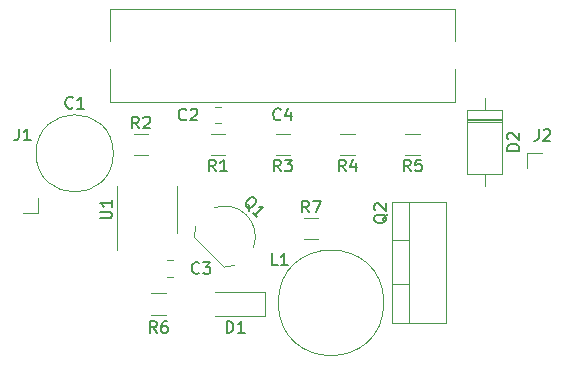
<source format=gto>
G04 #@! TF.GenerationSoftware,KiCad,Pcbnew,5.1.5+dfsg1-2build2*
G04 #@! TF.CreationDate,2021-09-03T15:27:24+02:00*
G04 #@! TF.ProjectId,180V power supply,31383056-2070-46f7-9765-722073757070,rev?*
G04 #@! TF.SameCoordinates,Original*
G04 #@! TF.FileFunction,Legend,Top*
G04 #@! TF.FilePolarity,Positive*
%FSLAX46Y46*%
G04 Gerber Fmt 4.6, Leading zero omitted, Abs format (unit mm)*
G04 Created by KiCad (PCBNEW 5.1.5+dfsg1-2build2) date 2021-09-03 15:27:24*
%MOMM*%
%LPD*%
G04 APERTURE LIST*
%ADD10C,0.120000*%
%ADD11C,0.150000*%
G04 APERTURE END LIST*
D10*
X108230000Y-68230000D02*
X109500000Y-68230000D01*
X108230000Y-69500000D02*
X108230000Y-68230000D01*
X66802000Y-72000000D02*
X66802000Y-73270000D01*
X66802000Y-73270000D02*
X65532000Y-73270000D01*
X102120000Y-63864000D02*
X72880000Y-63864000D01*
X102120000Y-56024000D02*
X72880000Y-56024000D01*
X102120000Y-63864000D02*
X102120000Y-61129000D01*
X102120000Y-58759000D02*
X102120000Y-56024000D01*
X72880000Y-63864000D02*
X72880000Y-61129000D01*
X72880000Y-58759000D02*
X72880000Y-56024000D01*
X73170000Y-68250000D02*
G75*
G03X73170000Y-68250000I-3270000J0D01*
G01*
X82258578Y-64290000D02*
X81741422Y-64290000D01*
X82258578Y-65710000D02*
X81741422Y-65710000D01*
X77741422Y-77290000D02*
X78258578Y-77290000D01*
X77741422Y-78710000D02*
X78258578Y-78710000D01*
X81750000Y-82000000D02*
X86050000Y-82000000D01*
X86050000Y-82000000D02*
X86050000Y-80000000D01*
X86050000Y-80000000D02*
X81750000Y-80000000D01*
X106070000Y-64560000D02*
X103130000Y-64560000D01*
X103130000Y-64560000D02*
X103130000Y-70000000D01*
X103130000Y-70000000D02*
X106070000Y-70000000D01*
X106070000Y-70000000D02*
X106070000Y-64560000D01*
X104600000Y-63540000D02*
X104600000Y-64560000D01*
X104600000Y-71020000D02*
X104600000Y-70000000D01*
X106070000Y-65460000D02*
X103130000Y-65460000D01*
X106070000Y-65580000D02*
X103130000Y-65580000D01*
X106070000Y-65340000D02*
X103130000Y-65340000D01*
X80019060Y-75335356D02*
X82564645Y-77880940D01*
X80162617Y-74450490D02*
G75*
G03X80019060Y-75335356I2437383J-849510D01*
G01*
X81710748Y-72856799D02*
G75*
G02X84438478Y-73461523I889252J-2443201D01*
G01*
X85043201Y-76189253D02*
G75*
G03X84438478Y-73461523I-2443201J889253D01*
G01*
X83449511Y-77737382D02*
G75*
G02X82564645Y-77880940I-849511J2437382D01*
G01*
X96730000Y-82580000D02*
X96730000Y-72340000D01*
X101371000Y-82580000D02*
X101371000Y-72340000D01*
X96730000Y-82580000D02*
X101371000Y-82580000D01*
X96730000Y-72340000D02*
X101371000Y-72340000D01*
X98240000Y-82580000D02*
X98240000Y-72340000D01*
X96730000Y-79310000D02*
X98240000Y-79310000D01*
X96730000Y-75609000D02*
X98240000Y-75609000D01*
X82602064Y-68410000D02*
X81397936Y-68410000D01*
X82602064Y-66590000D02*
X81397936Y-66590000D01*
X74897936Y-68410000D02*
X76102064Y-68410000D01*
X74897936Y-66590000D02*
X76102064Y-66590000D01*
X88102064Y-66590000D02*
X86897936Y-66590000D01*
X88102064Y-68410000D02*
X86897936Y-68410000D01*
X93602064Y-68410000D02*
X92397936Y-68410000D01*
X93602064Y-66590000D02*
X92397936Y-66590000D01*
X99102064Y-66590000D02*
X97897936Y-66590000D01*
X99102064Y-68410000D02*
X97897936Y-68410000D01*
X76397936Y-80090000D02*
X77602064Y-80090000D01*
X76397936Y-81910000D02*
X77602064Y-81910000D01*
X90502064Y-75510000D02*
X89297936Y-75510000D01*
X90502064Y-73690000D02*
X89297936Y-73690000D01*
X78560000Y-73000000D02*
X78560000Y-71050000D01*
X78560000Y-73000000D02*
X78560000Y-74950000D01*
X73440000Y-73000000D02*
X73440000Y-71050000D01*
X73440000Y-73000000D02*
X73440000Y-76450000D01*
X96070000Y-80900000D02*
G75*
G03X96070000Y-80900000I-4470000J0D01*
G01*
D11*
X109166666Y-66202380D02*
X109166666Y-66916666D01*
X109119047Y-67059523D01*
X109023809Y-67154761D01*
X108880952Y-67202380D01*
X108785714Y-67202380D01*
X109595238Y-66297619D02*
X109642857Y-66250000D01*
X109738095Y-66202380D01*
X109976190Y-66202380D01*
X110071428Y-66250000D01*
X110119047Y-66297619D01*
X110166666Y-66392857D01*
X110166666Y-66488095D01*
X110119047Y-66630952D01*
X109547619Y-67202380D01*
X110166666Y-67202380D01*
X65166666Y-66152380D02*
X65166666Y-66866666D01*
X65119047Y-67009523D01*
X65023809Y-67104761D01*
X64880952Y-67152380D01*
X64785714Y-67152380D01*
X66166666Y-67152380D02*
X65595238Y-67152380D01*
X65880952Y-67152380D02*
X65880952Y-66152380D01*
X65785714Y-66295238D01*
X65690476Y-66390476D01*
X65595238Y-66438095D01*
X87333333Y-65351142D02*
X87285714Y-65398761D01*
X87142857Y-65446380D01*
X87047619Y-65446380D01*
X86904761Y-65398761D01*
X86809523Y-65303523D01*
X86761904Y-65208285D01*
X86714285Y-65017809D01*
X86714285Y-64874952D01*
X86761904Y-64684476D01*
X86809523Y-64589238D01*
X86904761Y-64494000D01*
X87047619Y-64446380D01*
X87142857Y-64446380D01*
X87285714Y-64494000D01*
X87333333Y-64541619D01*
X88190476Y-64779714D02*
X88190476Y-65446380D01*
X87952380Y-64398761D02*
X87714285Y-65113047D01*
X88333333Y-65113047D01*
X69733333Y-64357142D02*
X69685714Y-64404761D01*
X69542857Y-64452380D01*
X69447619Y-64452380D01*
X69304761Y-64404761D01*
X69209523Y-64309523D01*
X69161904Y-64214285D01*
X69114285Y-64023809D01*
X69114285Y-63880952D01*
X69161904Y-63690476D01*
X69209523Y-63595238D01*
X69304761Y-63500000D01*
X69447619Y-63452380D01*
X69542857Y-63452380D01*
X69685714Y-63500000D01*
X69733333Y-63547619D01*
X70685714Y-64452380D02*
X70114285Y-64452380D01*
X70400000Y-64452380D02*
X70400000Y-63452380D01*
X70304761Y-63595238D01*
X70209523Y-63690476D01*
X70114285Y-63738095D01*
X79333333Y-65357142D02*
X79285714Y-65404761D01*
X79142857Y-65452380D01*
X79047619Y-65452380D01*
X78904761Y-65404761D01*
X78809523Y-65309523D01*
X78761904Y-65214285D01*
X78714285Y-65023809D01*
X78714285Y-64880952D01*
X78761904Y-64690476D01*
X78809523Y-64595238D01*
X78904761Y-64500000D01*
X79047619Y-64452380D01*
X79142857Y-64452380D01*
X79285714Y-64500000D01*
X79333333Y-64547619D01*
X79714285Y-64547619D02*
X79761904Y-64500000D01*
X79857142Y-64452380D01*
X80095238Y-64452380D01*
X80190476Y-64500000D01*
X80238095Y-64547619D01*
X80285714Y-64642857D01*
X80285714Y-64738095D01*
X80238095Y-64880952D01*
X79666666Y-65452380D01*
X80285714Y-65452380D01*
X80433333Y-78357142D02*
X80385714Y-78404761D01*
X80242857Y-78452380D01*
X80147619Y-78452380D01*
X80004761Y-78404761D01*
X79909523Y-78309523D01*
X79861904Y-78214285D01*
X79814285Y-78023809D01*
X79814285Y-77880952D01*
X79861904Y-77690476D01*
X79909523Y-77595238D01*
X80004761Y-77500000D01*
X80147619Y-77452380D01*
X80242857Y-77452380D01*
X80385714Y-77500000D01*
X80433333Y-77547619D01*
X80766666Y-77452380D02*
X81385714Y-77452380D01*
X81052380Y-77833333D01*
X81195238Y-77833333D01*
X81290476Y-77880952D01*
X81338095Y-77928571D01*
X81385714Y-78023809D01*
X81385714Y-78261904D01*
X81338095Y-78357142D01*
X81290476Y-78404761D01*
X81195238Y-78452380D01*
X80909523Y-78452380D01*
X80814285Y-78404761D01*
X80766666Y-78357142D01*
X82761904Y-83452380D02*
X82761904Y-82452380D01*
X83000000Y-82452380D01*
X83142857Y-82500000D01*
X83238095Y-82595238D01*
X83285714Y-82690476D01*
X83333333Y-82880952D01*
X83333333Y-83023809D01*
X83285714Y-83214285D01*
X83238095Y-83309523D01*
X83142857Y-83404761D01*
X83000000Y-83452380D01*
X82761904Y-83452380D01*
X84285714Y-83452380D02*
X83714285Y-83452380D01*
X84000000Y-83452380D02*
X84000000Y-82452380D01*
X83904761Y-82595238D01*
X83809523Y-82690476D01*
X83714285Y-82738095D01*
X107522380Y-68018095D02*
X106522380Y-68018095D01*
X106522380Y-67780000D01*
X106570000Y-67637142D01*
X106665238Y-67541904D01*
X106760476Y-67494285D01*
X106950952Y-67446666D01*
X107093809Y-67446666D01*
X107284285Y-67494285D01*
X107379523Y-67541904D01*
X107474761Y-67637142D01*
X107522380Y-67780000D01*
X107522380Y-68018095D01*
X106617619Y-67065714D02*
X106570000Y-67018095D01*
X106522380Y-66922857D01*
X106522380Y-66684761D01*
X106570000Y-66589523D01*
X106617619Y-66541904D01*
X106712857Y-66494285D01*
X106808095Y-66494285D01*
X106950952Y-66541904D01*
X107522380Y-67113333D01*
X107522380Y-66494285D01*
X84662731Y-73102581D02*
X84629059Y-73001566D01*
X84629059Y-72866879D01*
X84629059Y-72664848D01*
X84595387Y-72563833D01*
X84528044Y-72496490D01*
X84393357Y-72698520D02*
X84359685Y-72597505D01*
X84359685Y-72462818D01*
X84460700Y-72294459D01*
X84696403Y-72058757D01*
X84864761Y-71957742D01*
X84999448Y-71957742D01*
X85100464Y-71991413D01*
X85235151Y-72126100D01*
X85268822Y-72227116D01*
X85268822Y-72361803D01*
X85167807Y-72530161D01*
X84932105Y-72765864D01*
X84763746Y-72866879D01*
X84629059Y-72866879D01*
X84528044Y-72833207D01*
X84393357Y-72698520D01*
X85369838Y-73675001D02*
X84965777Y-73270940D01*
X85167807Y-73472970D02*
X85874914Y-72765864D01*
X85706555Y-72799535D01*
X85571868Y-72799535D01*
X85470853Y-72765864D01*
X96347619Y-73395238D02*
X96300000Y-73490476D01*
X96204761Y-73585714D01*
X96061904Y-73728571D01*
X96014285Y-73823809D01*
X96014285Y-73919047D01*
X96252380Y-73871428D02*
X96204761Y-73966666D01*
X96109523Y-74061904D01*
X95919047Y-74109523D01*
X95585714Y-74109523D01*
X95395238Y-74061904D01*
X95300000Y-73966666D01*
X95252380Y-73871428D01*
X95252380Y-73680952D01*
X95300000Y-73585714D01*
X95395238Y-73490476D01*
X95585714Y-73442857D01*
X95919047Y-73442857D01*
X96109523Y-73490476D01*
X96204761Y-73585714D01*
X96252380Y-73680952D01*
X96252380Y-73871428D01*
X95347619Y-73061904D02*
X95300000Y-73014285D01*
X95252380Y-72919047D01*
X95252380Y-72680952D01*
X95300000Y-72585714D01*
X95347619Y-72538095D01*
X95442857Y-72490476D01*
X95538095Y-72490476D01*
X95680952Y-72538095D01*
X96252380Y-73109523D01*
X96252380Y-72490476D01*
X81833333Y-69772380D02*
X81500000Y-69296190D01*
X81261904Y-69772380D02*
X81261904Y-68772380D01*
X81642857Y-68772380D01*
X81738095Y-68820000D01*
X81785714Y-68867619D01*
X81833333Y-68962857D01*
X81833333Y-69105714D01*
X81785714Y-69200952D01*
X81738095Y-69248571D01*
X81642857Y-69296190D01*
X81261904Y-69296190D01*
X82785714Y-69772380D02*
X82214285Y-69772380D01*
X82500000Y-69772380D02*
X82500000Y-68772380D01*
X82404761Y-68915238D01*
X82309523Y-69010476D01*
X82214285Y-69058095D01*
X75333333Y-66132380D02*
X75000000Y-65656190D01*
X74761904Y-66132380D02*
X74761904Y-65132380D01*
X75142857Y-65132380D01*
X75238095Y-65180000D01*
X75285714Y-65227619D01*
X75333333Y-65322857D01*
X75333333Y-65465714D01*
X75285714Y-65560952D01*
X75238095Y-65608571D01*
X75142857Y-65656190D01*
X74761904Y-65656190D01*
X75714285Y-65227619D02*
X75761904Y-65180000D01*
X75857142Y-65132380D01*
X76095238Y-65132380D01*
X76190476Y-65180000D01*
X76238095Y-65227619D01*
X76285714Y-65322857D01*
X76285714Y-65418095D01*
X76238095Y-65560952D01*
X75666666Y-66132380D01*
X76285714Y-66132380D01*
X87333333Y-69772380D02*
X87000000Y-69296190D01*
X86761904Y-69772380D02*
X86761904Y-68772380D01*
X87142857Y-68772380D01*
X87238095Y-68820000D01*
X87285714Y-68867619D01*
X87333333Y-68962857D01*
X87333333Y-69105714D01*
X87285714Y-69200952D01*
X87238095Y-69248571D01*
X87142857Y-69296190D01*
X86761904Y-69296190D01*
X87666666Y-68772380D02*
X88285714Y-68772380D01*
X87952380Y-69153333D01*
X88095238Y-69153333D01*
X88190476Y-69200952D01*
X88238095Y-69248571D01*
X88285714Y-69343809D01*
X88285714Y-69581904D01*
X88238095Y-69677142D01*
X88190476Y-69724761D01*
X88095238Y-69772380D01*
X87809523Y-69772380D01*
X87714285Y-69724761D01*
X87666666Y-69677142D01*
X92833333Y-69772380D02*
X92500000Y-69296190D01*
X92261904Y-69772380D02*
X92261904Y-68772380D01*
X92642857Y-68772380D01*
X92738095Y-68820000D01*
X92785714Y-68867619D01*
X92833333Y-68962857D01*
X92833333Y-69105714D01*
X92785714Y-69200952D01*
X92738095Y-69248571D01*
X92642857Y-69296190D01*
X92261904Y-69296190D01*
X93690476Y-69105714D02*
X93690476Y-69772380D01*
X93452380Y-68724761D02*
X93214285Y-69439047D01*
X93833333Y-69439047D01*
X98333333Y-69772380D02*
X98000000Y-69296190D01*
X97761904Y-69772380D02*
X97761904Y-68772380D01*
X98142857Y-68772380D01*
X98238095Y-68820000D01*
X98285714Y-68867619D01*
X98333333Y-68962857D01*
X98333333Y-69105714D01*
X98285714Y-69200952D01*
X98238095Y-69248571D01*
X98142857Y-69296190D01*
X97761904Y-69296190D01*
X99238095Y-68772380D02*
X98761904Y-68772380D01*
X98714285Y-69248571D01*
X98761904Y-69200952D01*
X98857142Y-69153333D01*
X99095238Y-69153333D01*
X99190476Y-69200952D01*
X99238095Y-69248571D01*
X99285714Y-69343809D01*
X99285714Y-69581904D01*
X99238095Y-69677142D01*
X99190476Y-69724761D01*
X99095238Y-69772380D01*
X98857142Y-69772380D01*
X98761904Y-69724761D01*
X98714285Y-69677142D01*
X76833333Y-83452380D02*
X76500000Y-82976190D01*
X76261904Y-83452380D02*
X76261904Y-82452380D01*
X76642857Y-82452380D01*
X76738095Y-82500000D01*
X76785714Y-82547619D01*
X76833333Y-82642857D01*
X76833333Y-82785714D01*
X76785714Y-82880952D01*
X76738095Y-82928571D01*
X76642857Y-82976190D01*
X76261904Y-82976190D01*
X77690476Y-82452380D02*
X77500000Y-82452380D01*
X77404761Y-82500000D01*
X77357142Y-82547619D01*
X77261904Y-82690476D01*
X77214285Y-82880952D01*
X77214285Y-83261904D01*
X77261904Y-83357142D01*
X77309523Y-83404761D01*
X77404761Y-83452380D01*
X77595238Y-83452380D01*
X77690476Y-83404761D01*
X77738095Y-83357142D01*
X77785714Y-83261904D01*
X77785714Y-83023809D01*
X77738095Y-82928571D01*
X77690476Y-82880952D01*
X77595238Y-82833333D01*
X77404761Y-82833333D01*
X77309523Y-82880952D01*
X77261904Y-82928571D01*
X77214285Y-83023809D01*
X89733333Y-73252380D02*
X89400000Y-72776190D01*
X89161904Y-73252380D02*
X89161904Y-72252380D01*
X89542857Y-72252380D01*
X89638095Y-72300000D01*
X89685714Y-72347619D01*
X89733333Y-72442857D01*
X89733333Y-72585714D01*
X89685714Y-72680952D01*
X89638095Y-72728571D01*
X89542857Y-72776190D01*
X89161904Y-72776190D01*
X90066666Y-72252380D02*
X90733333Y-72252380D01*
X90304761Y-73252380D01*
X72052380Y-73761904D02*
X72861904Y-73761904D01*
X72957142Y-73714285D01*
X73004761Y-73666666D01*
X73052380Y-73571428D01*
X73052380Y-73380952D01*
X73004761Y-73285714D01*
X72957142Y-73238095D01*
X72861904Y-73190476D01*
X72052380Y-73190476D01*
X73052380Y-72190476D02*
X73052380Y-72761904D01*
X73052380Y-72476190D02*
X72052380Y-72476190D01*
X72195238Y-72571428D01*
X72290476Y-72666666D01*
X72338095Y-72761904D01*
X87083333Y-77702380D02*
X86607142Y-77702380D01*
X86607142Y-76702380D01*
X87940476Y-77702380D02*
X87369047Y-77702380D01*
X87654761Y-77702380D02*
X87654761Y-76702380D01*
X87559523Y-76845238D01*
X87464285Y-76940476D01*
X87369047Y-76988095D01*
M02*

</source>
